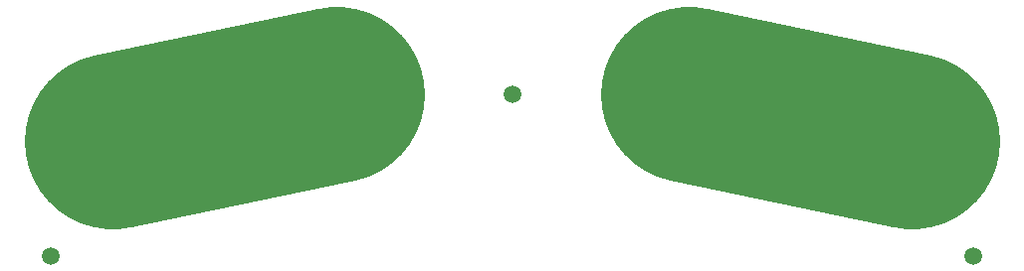
<source format=gbl>
G04*
G04 #@! TF.GenerationSoftware,Altium Limited,Altium Designer,21.9.1 (22)*
G04*
G04 Layer_Physical_Order=2*
G04 Layer_Color=16711680*
%FSLAX42Y42*%
%MOMM*%
G71*
G04*
G04 #@! TF.SameCoordinates,E1C6A9C5-0051-4C48-96D8-F8DF683DFD88*
G04*
G04*
G04 #@! TF.FilePolarity,Positive*
G04*
G01*
G75*
%ADD13C,1.52*%
%ADD14C,8.00*%
%ADD15C,15.00*%
D13*
X5969Y3262D02*
D03*
X9894Y1887D02*
D03*
X2044D02*
D03*
D14*
X9369Y2862D02*
D03*
X7469Y3262D02*
D03*
X4469D02*
D03*
X2569Y2862D02*
D03*
D15*
X7469Y3262D02*
X9369Y2862D01*
X2569D02*
X4469Y3262D01*
M02*

</source>
